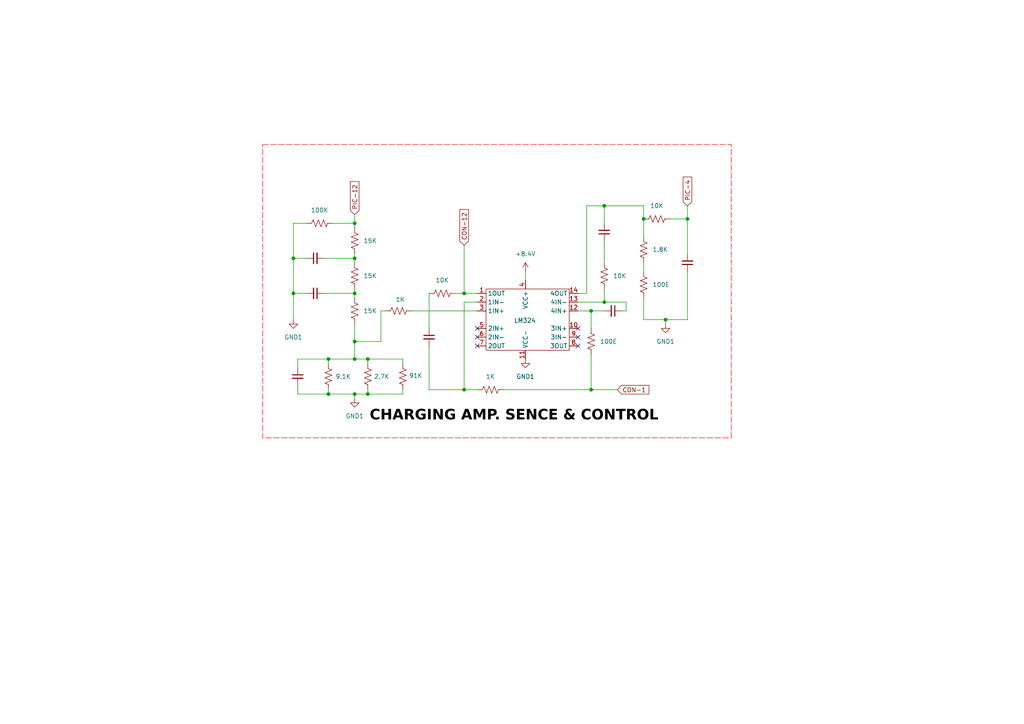
<source format=kicad_sch>
(kicad_sch (version 20250114) (generator "eeschema") (generator_version "9.0")
  (paper "A4")
  (title_block (title "CHARGING AMP. SENCE & CONTROL"))
  (lib_symbols
    (symbol "Device:C_Small" (pin_numbers (hide yes)) (pin_names (offset 0.254) (hide yes))
      (property "Reference" "C" (at 0.254 1.778 0))
      (property "Value" "C_Small" (at 0.254 -2.032 0))
      (symbol "C_Small_0_1"
        (polyline (pts (xy -1.524 0.508) (xy 1.524 0.508)) (stroke (width 0.3048)))
        (polyline (pts (xy -1.524 -0.508) (xy 1.524 -0.508)) (stroke (width 0.3302)))
      )
      (symbol "C_Small_1_1"
        (pin passive line (at 0 2.54 270) (length 2.032) (name "~") (number "1"))
        (pin passive line (at 0 -2.54 90) (length 2.032) (name "~") (number "2"))
      )
    )
    (symbol "Device:R_US" (pin_numbers (hide yes)) (pin_names (offset 0))
      (property "Reference" "R" (at 2.54 0 90))
      (property "Value" "R_US" (at -2.54 0 90))
      (symbol "R_US_0_1"
        (polyline (pts (xy 0 2.286) (xy 0 2.54)))
        (polyline (pts (xy 0 2.286) (xy 1.016 1.905) (xy 0 1.524) (xy -1.016 1.143) (xy 0 0.762)))
        (polyline (pts (xy 0 0.762) (xy 1.016 0.381) (xy 0 0) (xy -1.016 -0.381) (xy 0 -0.762)))
        (polyline (pts (xy 0 -0.762) (xy 1.016 -1.143) (xy 0 -1.524) (xy -1.016 -1.905) (xy 0 -2.286)))
        (polyline (pts (xy 0 -2.286) (xy 0 -2.54)))
      )
      (symbol "R_US_1_1"
        (pin passive line (at 0 3.81 270) (length 1.27) (name "~") (number "1"))
        (pin passive line (at 0 -3.81 90) (length 1.27) (name "~") (number "2"))
      )
    )
    (symbol "Suraj_Dev:LM324"
      (property "Reference" "U" (at 0 0 0))
      (property "Value" "LM324" (at 0 -1.778 0))
      (symbol "LM324_0_1"
        (rectangle (start -11.43 7.62) (end 12.7 -10.16))
      )
      (symbol "LM324_1_1"
        (pin output line (at -13.97 6.35 0) (length 2.54) (name "1OUT") (number "1"))
        (pin input line (at -13.97 3.81 0) (length 2.54) (name "1IN-") (number "2"))
        (pin input line (at -13.97 1.27 0) (length 2.54) (name "1IN+") (number "3"))
        (pin output line (at -13.97 -3.81 0) (length 2.54) (name "2IN+") (number "5"))
        (pin input line (at -13.97 -6.35 0) (length 2.54) (name "2IN-") (number "6"))
        (pin input line (at -13.97 -8.89 0) (length 2.54) (name "2OUT") (number "7"))
        (pin power_in line (at 0 10.16 270) (length 2.54) (name "VCC+") (number "4"))
        (pin power_in line (at 0 -12.7 90) (length 2.54) (name "VCC-") (number "11"))
        (pin input line (at 15.24 6.35 180) (length 2.54) (name "4OUT") (number "14"))
        (pin input line (at 15.24 3.81 180) (length 2.54) (name "4IN-") (number "13"))
        (pin output line (at 15.24 1.27 180) (length 2.54) (name "4IN+") (number "12"))
        (pin input line (at 15.24 -3.81 180) (length 2.54) (name "3IN+") (number "10"))
        (pin input line (at 15.24 -6.35 180) (length 2.54) (name "3IN-") (number "9"))
        (pin output line (at 15.24 -8.89 180) (length 2.54) (name "3OUT") (number "8"))
      )
    )
    (symbol "power:+1V0" (power) (pin_numbers (hide yes)) (pin_names (offset 0) (hide yes))
      (property "Value" "+1V0" (at 0 3.556 0))
      (symbol "+1V0_0_1"
        (polyline (pts (xy -0.762 1.27) (xy 0 2.54)))
        (polyline (pts (xy 0 2.54) (xy 0.762 1.27)))
        (polyline (pts (xy 0 0) (xy 0 2.54)))
      )
      (symbol "+1V0_1_1"
        (pin power_in line (at 0 0 90) (length 0) (name "~") (number "1"))
      )
    )
    (symbol "power:GND1" (power) (pin_numbers (hide yes)) (pin_names (offset 0) (hide yes))
      (property "Value" "GND1" (at 0 -3.81 0))
      (symbol "GND1_0_1"
        (polyline (pts (xy 0 0) (xy 0 -1.27) (xy 1.27 -1.27) (xy 0 -2.54) (xy -1.27 -1.27) (xy 0 -1.27)))
      )
      (symbol "GND1_1_1"
        (pin power_in line (at 0 0 270) (length 0) (name "~") (number "1"))
      )
    )
  )
  (text "CHARGING AMP. SENCE & CONTROL" (at 149.098 121.412 0) (effects (font (size 3 3) (thickness 0.254) (bold yes))))
  (junction (at 193.04 92.71))
  (junction (at 171.45 113.03))
  (junction (at 102.87 85.09))
  (junction (at 102.87 114.3))
  (junction (at 95.25 114.3))
  (junction (at 102.87 99.06))
  (junction (at 102.87 64.77))
  (junction (at 102.87 74.93))
  (junction (at 175.26 87.63))
  (junction (at 175.26 59.69))
  (junction (at 95.25 104.14))
  (junction (at 134.62 85.09))
  (junction (at 85.09 85.09))
  (junction (at 102.87 104.14))
  (junction (at 171.45 90.17))
  (junction (at 85.09 74.93))
  (junction (at 134.62 113.03))
  (junction (at 186.69 63.5))
  (junction (at 106.68 104.14))
  (junction (at 106.68 114.3))
  (junction (at 199.39 63.5))
  (no_connect (at 138.43 95.25))
  (no_connect (at 138.43 100.33))
  (no_connect (at 167.64 95.25))
  (no_connect (at 167.64 100.33))
  (no_connect (at 167.64 97.79))
  (no_connect (at 138.43 97.79))
  (wire (pts (xy 124.46 100.33) (xy 124.46 113.03)))
  (wire (pts (xy 134.62 71.12) (xy 134.62 85.09)))
  (wire (pts (xy 167.64 87.63) (xy 175.26 87.63)))
  (wire (pts (xy 124.46 113.03) (xy 134.62 113.03)))
  (wire (pts (xy 102.87 64.77) (xy 102.87 66.04)))
  (wire (pts (xy 116.84 104.14) (xy 106.68 104.14)))
  (wire (pts (xy 175.26 69.85) (xy 175.26 76.2)))
  (wire (pts (xy 102.87 114.3) (xy 102.87 115.57)))
  (wire (pts (xy 181.61 87.63) (xy 181.61 90.17)))
  (wire (pts (xy 186.69 59.69) (xy 175.26 59.69)))
  (wire (pts (xy 119.38 90.17) (xy 138.43 90.17)))
  (wire (pts (xy 134.62 87.63) (xy 134.62 113.03)))
  (wire (pts (xy 134.62 113.03) (xy 138.43 113.03)))
  (wire (pts (xy 102.87 62.23) (xy 102.87 64.77)))
  (wire (pts (xy 124.46 85.09) (xy 124.46 95.25)))
  (wire (pts (xy 138.43 87.63) (xy 134.62 87.63)))
  (wire (pts (xy 85.09 85.09) (xy 85.09 92.71)))
  (wire (pts (xy 110.49 90.17) (xy 110.49 99.06)))
  (wire (pts (xy 102.87 85.09) (xy 102.87 86.36)))
  (wire (pts (xy 102.87 83.82) (xy 102.87 85.09)))
  (wire (pts (xy 170.18 59.69) (xy 170.18 85.09)))
  (wire (pts (xy 86.36 111.76) (xy 86.36 114.3)))
  (wire (pts (xy 102.87 99.06) (xy 102.87 104.14)))
  (wire (pts (xy 186.69 63.5) (xy 186.69 59.69)))
  (wire (pts (xy 85.09 74.93) (xy 85.09 85.09)))
  (wire (pts (xy 186.69 63.5) (xy 186.69 68.58)))
  (wire (pts (xy 116.84 105.41) (xy 116.84 104.14)))
  (wire (pts (xy 88.9 64.77) (xy 85.09 64.77)))
  (wire (pts (xy 95.25 114.3) (xy 102.87 114.3)))
  (wire (pts (xy 86.36 114.3) (xy 95.25 114.3)))
  (wire (pts (xy 93.98 85.09) (xy 102.87 85.09)))
  (wire (pts (xy 193.04 93.98) (xy 193.04 92.71)))
  (wire (pts (xy 102.87 93.98) (xy 102.87 99.06)))
  (wire (pts (xy 175.26 59.69) (xy 175.26 64.77)))
  (wire (pts (xy 96.52 64.77) (xy 102.87 64.77)))
  (wire (pts (xy 95.25 104.14) (xy 102.87 104.14)))
  (wire (pts (xy 181.61 90.17) (xy 180.34 90.17)))
  (wire (pts (xy 106.68 114.3) (xy 116.84 114.3)))
  (wire (pts (xy 106.68 114.3) (xy 106.68 113.03)))
  (wire (pts (xy 199.39 59.69) (xy 199.39 63.5)))
  (wire (pts (xy 102.87 74.93) (xy 102.87 76.2)))
  (wire (pts (xy 85.09 85.09) (xy 88.9 85.09)))
  (wire (pts (xy 134.62 85.09) (xy 138.43 85.09)))
  (wire (pts (xy 171.45 90.17) (xy 175.26 90.17)))
  (wire (pts (xy 102.87 99.06) (xy 110.49 99.06)))
  (wire (pts (xy 152.4 78.74) (xy 152.4 81.28)))
  (wire (pts (xy 95.25 105.41) (xy 95.25 104.14)))
  (wire (pts (xy 171.45 113.03) (xy 179.07 113.03)))
  (wire (pts (xy 199.39 63.5) (xy 199.39 73.66)))
  (wire (pts (xy 186.69 76.2) (xy 186.69 78.74)))
  (wire (pts (xy 102.87 104.14) (xy 106.68 104.14)))
  (wire (pts (xy 86.36 106.68) (xy 86.36 104.14)))
  (wire (pts (xy 93.98 74.93) (xy 102.87 74.93)))
  (wire (pts (xy 116.84 114.3) (xy 116.84 113.03)))
  (wire (pts (xy 194.31 63.5) (xy 199.39 63.5)))
  (wire (pts (xy 186.69 92.71) (xy 193.04 92.71)))
  (wire (pts (xy 146.05 113.03) (xy 171.45 113.03)))
  (wire (pts (xy 175.26 87.63) (xy 181.61 87.63)))
  (wire (pts (xy 85.09 74.93) (xy 88.9 74.93)))
  (wire (pts (xy 102.87 73.66) (xy 102.87 74.93)))
  (wire (pts (xy 95.25 114.3) (xy 95.25 113.03)))
  (wire (pts (xy 193.04 92.71) (xy 199.39 92.71)))
  (wire (pts (xy 106.68 105.41) (xy 106.68 104.14)))
  (wire (pts (xy 85.09 64.77) (xy 85.09 74.93)))
  (wire (pts (xy 167.64 90.17) (xy 171.45 90.17)))
  (wire (pts (xy 175.26 83.82) (xy 175.26 87.63)))
  (wire (pts (xy 167.64 85.09) (xy 170.18 85.09)))
  (wire (pts (xy 111.76 90.17) (xy 110.49 90.17)))
  (wire (pts (xy 199.39 78.74) (xy 199.39 92.71)))
  (wire (pts (xy 102.87 114.3) (xy 106.68 114.3)))
  (wire (pts (xy 86.36 104.14) (xy 95.25 104.14)))
  (wire (pts (xy 186.69 86.36) (xy 186.69 92.71)))
  (wire (pts (xy 171.45 102.87) (xy 171.45 113.03)))
  (wire (pts (xy 132.08 85.09) (xy 134.62 85.09)))
  (wire (pts (xy 175.26 59.69) (xy 170.18 59.69)))
  (wire (pts (xy 171.45 95.25) (xy 171.45 90.17)))
  (global_label "CON-12" (shape input) (at 134.62 71.12 90) (property "Intersheetrefs" "${INTERSHEET_REFS}" (effects (hide yes))))
  (global_label "PIC-4" (shape input) (at 199.39 59.69 90) (property "Intersheetrefs" "${INTERSHEET_REFS}" (effects (hide yes))))
  (global_label "CON-1" (shape input) (at 179.07 113.03 0) (property "Intersheetrefs" "${INTERSHEET_REFS}" (effects (hide yes))))
  (global_label "PIC-12" (shape input) (at 102.87 62.23 90) (property "Intersheetrefs" "${INTERSHEET_REFS}" (effects (hide yes))))
  (rule_area (polyline (pts (xy 76.2 41.91) (xy 212.09 41.91) (xy 212.09 44.45) (xy 212.09 127) (xy 76.2 127)) (stroke (width 0) (type dash))))
  (symbol (lib_id "Device:R_US") (at 106.68 109.22 0) (unit 1)
    (property "Reference" "R82" (effects (hide yes)))
    (property "Value" "2.7K" (at 108.458 109.22 0) (effects (justify left)))
    (property "Description" "Resistor, US symbol" (effects (hide yes)))
  )
  (symbol (lib_id "Device:R_US") (at 116.84 109.22 0) (unit 1)
    (property "Reference" "R83" (effects (hide yes)))
    (property "Value" "91K" (at 118.618 108.966 0) (effects (justify left)))
    (property "Description" "Resistor, US symbol" (effects (hide yes)))
  )
  (symbol (lib_id "Device:C_Small") (at 175.26 67.31 180) (unit 1)
    (property "Reference" "C49" (effects (hide yes)))
    (property "Value" "C_Small" (effects (hide yes)))
    (property "Description" "Unpolarized capacitor, small symbol" (effects (hide yes)))
  )
  (symbol (lib_id "power:GND1") (at 102.87 115.57 0) (unit 1)
    (property "Reference" "#PWR041" (effects (hide yes)))
    (property "Value" "GND1" (at 102.87 120.65 0))
    (property "Description" "Power symbol creates a global label with name \"GND1\" , ground" (effects (hide yes)))
  )
  (symbol (lib_id "power:GND1") (at 193.04 93.98 0) (unit 1)
    (property "Reference" "#PWR043" (effects (hide yes)))
    (property "Value" "GND1" (at 193.04 99.06 0))
    (property "Description" "Power symbol creates a global label with name \"GND1\" , ground" (effects (hide yes)))
  )
  (symbol (lib_id "Device:C_Small") (at 199.39 76.2 180) (unit 1)
    (property "Reference" "C51" (effects (hide yes)))
    (property "Value" "C_Small" (effects (hide yes)))
    (property "Description" "Unpolarized capacitor, small symbol" (effects (hide yes)))
  )
  (symbol (lib_id "Device:R_US") (at 190.5 63.5 270) (unit 1)
    (property "Reference" "R89" (effects (hide yes)))
    (property "Value" "10K" (at 190.5 59.69 90))
    (property "Description" "Resistor, US symbol" (effects (hide yes)))
  )
  (symbol (lib_id "Device:R_US") (at 102.87 80.01 0) (unit 1)
    (property "Reference" "R81" (effects (hide yes)))
    (property "Value" "15K" (at 105.41 80.0099 0) (effects (justify left)))
    (property "Description" "Resistor, US symbol" (effects (hide yes)))
  )
  (symbol (lib_id "Device:C_Small") (at 124.46 97.79 0) (unit 1)
    (property "Reference" "C48" (effects (hide yes)))
    (property "Value" "C_Small" (effects (hide yes)))
    (property "Description" "Unpolarized capacitor, small symbol" (effects (hide yes)))
  )
  (symbol (lib_id "Device:R_US") (at 128.27 85.09 90) (unit 1)
    (property "Reference" "R84" (effects (hide yes)))
    (property "Value" "10K" (at 128.27 81.28 90))
    (property "Description" "Resistor, US symbol" (effects (hide yes)))
  )
  (symbol (lib_id "Device:R_US") (at 186.69 72.39 0) (unit 1)
    (property "Reference" "R90" (effects (hide yes)))
    (property "Value" "1.8K" (at 189.23 72.3899 0) (effects (justify left)))
    (property "Description" "Resistor, US symbol" (effects (hide yes)))
  )
  (symbol (lib_id "power:GND1") (at 152.4 104.14 0) (unit 1)
    (property "Reference" "#PWR042" (effects (hide yes)))
    (property "Value" "GND1" (at 152.4 109.22 0))
    (property "Description" "Power symbol creates a global label with name \"GND1\" , ground" (effects (hide yes)))
  )
  (symbol (lib_id "Device:R_US") (at 115.57 90.17 270) (unit 1)
    (property "Reference" "R85" (effects (hide yes)))
    (property "Value" "1K" (at 116.078 86.868 90))
    (property "Description" "Resistor, US symbol" (effects (hide yes)))
  )
  (symbol (lib_id "Device:R_US") (at 171.45 99.06 0) (unit 1)
    (property "Reference" "R88" (effects (hide yes)))
    (property "Value" "100E" (at 173.99 99.0599 0) (effects (justify left)))
    (property "Description" "Resistor, US symbol" (effects (hide yes)))
  )
  (symbol (lib_id "Device:C_Small") (at 91.44 74.93 90) (unit 1)
    (property "Reference" "C45" (effects (hide yes)))
    (property "Value" "C_Small" (effects (hide yes)))
    (property "Description" "Unpolarized capacitor, small symbol" (effects (hide yes)))
  )
  (symbol (lib_id "Device:C_Small") (at 177.8 90.17 270) (unit 1)
    (property "Reference" "C50" (effects (hide yes)))
    (property "Value" "C_Small" (effects (hide yes)))
    (property "Description" "Unpolarized capacitor, small symbol" (effects (hide yes)))
  )
  (symbol (lib_id "Device:R_US") (at 95.25 109.22 0) (unit 1)
    (property "Reference" "R78" (effects (hide yes)))
    (property "Value" "9.1K" (at 97.282 109.22 0) (effects (justify left)))
    (property "Description" "Resistor, US symbol" (effects (hide yes)))
  )
  (symbol (lib_id "Device:R_US") (at 102.87 90.17 0) (unit 1)
    (property "Reference" "R79" (effects (hide yes)))
    (property "Value" "15K" (at 105.41 90.1699 0) (effects (justify left)))
    (property "Description" "Resistor, US symbol" (effects (hide yes)))
  )
  (symbol (lib_id "Device:R_US") (at 142.24 113.03 90) (unit 1)
    (property "Reference" "R86" (effects (hide yes)))
    (property "Value" "1K" (at 142.24 109.22 90))
    (property "Description" "Resistor, US symbol" (effects (hide yes)))
  )
  (symbol (lib_id "Device:R_US") (at 102.87 69.85 0) (unit 1)
    (property "Reference" "R80" (effects (hide yes)))
    (property "Value" "15K" (at 105.41 69.8499 0) (effects (justify left)))
    (property "Description" "Resistor, US symbol" (effects (hide yes)))
  )
  (symbol (lib_id "Device:C_Small") (at 86.36 109.22 0) (unit 1)
    (property "Reference" "C46" (effects (hide yes)))
    (property "Value" "C_Small" (effects (hide yes)))
    (property "Description" "Unpolarized capacitor, small symbol" (effects (hide yes)))
  )
  (symbol (lib_id "Device:C_Small") (at 91.44 85.09 270) (unit 1)
    (property "Reference" "C47" (effects (hide yes)))
    (property "Value" "C_Small" (effects (hide yes)))
    (property "Description" "Unpolarized capacitor, small symbol" (effects (hide yes)))
  )
  (symbol (lib_id "Device:R_US") (at 175.26 80.01 0) (unit 1)
    (property "Reference" "R87" (effects (hide yes)))
    (property "Value" "10K" (at 177.8 80.0099 0) (effects (justify left)))
    (property "Description" "Resistor, US symbol" (effects (hide yes)))
  )
  (symbol (lib_id "power:GND1") (at 85.09 92.71 0) (unit 1)
    (property "Reference" "#PWR040" (effects (hide yes)))
    (property "Value" "GND1" (at 85.09 97.79 0))
    (property "Description" "Power symbol creates a global label with name \"GND1\" , ground" (effects (hide yes)))
  )
  (symbol (lib_id "Device:R_US") (at 186.69 82.55 0) (unit 1)
    (property "Reference" "R91" (effects (hide yes)))
    (property "Value" "100E" (at 189.23 82.5499 0) (effects (justify left)))
    (property "Description" "Resistor, US symbol" (effects (hide yes)))
  )
  (symbol (lib_id "Suraj_Dev:LM324") (at 152.4 91.44 0) (unit 1)
    (property "Reference" "U8" (effects (hide yes)))
    (property "Value" "LM324" (at 149.098 92.964 0) (effects (justify left)))
  )
  (symbol (lib_id "Device:R_US") (at 92.71 64.77 90) (unit 1)
    (property "Reference" "R77" (effects (hide yes)))
    (property "Value" "100K" (at 92.71 60.96 90))
    (property "Description" "Resistor, US symbol" (effects (hide yes)))
  )
  (symbol (lib_id "power:+1V0") (at 152.4 78.74 0) (unit 1)
    (property "Reference" "#PWR055" (effects (hide yes)))
    (property "Value" "+8.4V" (at 152.4 73.66 0))
    (property "Description" "Power symbol creates a global label with name \"+1V0\"" (effects (hide yes)))
  )
)
</source>
